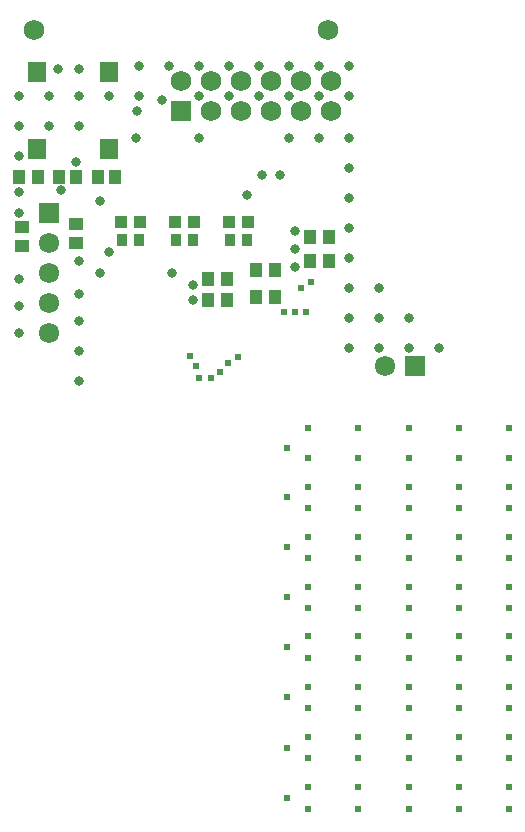
<source format=gts>
G04*
G04 #@! TF.GenerationSoftware,Altium Limited,Altium Designer,20.0.14 (345)*
G04*
G04 Layer_Color=8388736*
%FSLAX25Y25*%
%MOIN*%
G70*
G01*
G75*
%ADD13R,0.04343X0.04737*%
%ADD14R,0.03950X0.04737*%
%ADD15R,0.06312X0.06706*%
%ADD16R,0.04737X0.04343*%
%ADD17R,0.03950X0.03950*%
%ADD18R,0.03556X0.04343*%
%ADD19C,0.06800*%
%ADD20C,0.06784*%
%ADD21R,0.06784X0.06784*%
%ADD22R,0.06902X0.06902*%
%ADD23C,0.06902*%
%ADD24R,0.06784X0.06784*%
%ADD25C,0.02400*%
%ADD26C,0.03200*%
D13*
X28850Y-58000D02*
D03*
X35150D02*
D03*
X12850Y-61000D02*
D03*
X19150D02*
D03*
X12850Y-68000D02*
D03*
X19150D02*
D03*
X28850Y-67000D02*
D03*
X35150D02*
D03*
X46850Y-55000D02*
D03*
X53150D02*
D03*
X-50150Y-27000D02*
D03*
X-43850D02*
D03*
X46850Y-47000D02*
D03*
X53150D02*
D03*
D14*
X-36953Y-27000D02*
D03*
X-31047D02*
D03*
X-18047D02*
D03*
X-23953D02*
D03*
D15*
X-44000Y7795D02*
D03*
Y-17795D02*
D03*
X-20000Y7795D02*
D03*
Y-17795D02*
D03*
D16*
X-31000Y-49150D02*
D03*
Y-42850D02*
D03*
X-49000Y-43850D02*
D03*
Y-50150D02*
D03*
D17*
X8150Y-42000D02*
D03*
X1850D02*
D03*
X-9850D02*
D03*
X-16150D02*
D03*
X26150D02*
D03*
X19850D02*
D03*
D18*
X-10244Y-48000D02*
D03*
X-15756D02*
D03*
X7756D02*
D03*
X2244D02*
D03*
X20244D02*
D03*
X25756D02*
D03*
D19*
X-45000Y22000D02*
D03*
X53000D02*
D03*
D20*
X72000Y-90000D02*
D03*
X-40000Y-79000D02*
D03*
Y-69000D02*
D03*
Y-59000D02*
D03*
Y-49000D02*
D03*
D21*
X82000Y-90000D02*
D03*
D22*
X4000Y-5000D02*
D03*
D23*
X14000D02*
D03*
X24000D02*
D03*
X34000D02*
D03*
X44000D02*
D03*
X54000D02*
D03*
X4000Y5000D02*
D03*
X14000D02*
D03*
X24000D02*
D03*
X34000D02*
D03*
X44000D02*
D03*
X54000D02*
D03*
D24*
X-40000Y-39000D02*
D03*
D25*
X38100Y-72000D02*
D03*
X46284Y-204236D02*
D03*
X9000Y-90000D02*
D03*
X10000Y-94000D02*
D03*
X14000D02*
D03*
X6800Y-86700D02*
D03*
X17000Y-92000D02*
D03*
X19600Y-89200D02*
D03*
X23000Y-87000D02*
D03*
X45500Y-72000D02*
D03*
X47200Y-62200D02*
D03*
X44000Y-64000D02*
D03*
X42000Y-72000D02*
D03*
X39283Y-217314D02*
D03*
Y-150574D02*
D03*
Y-167200D02*
D03*
X46284Y-120949D02*
D03*
X62988D02*
D03*
X113102D02*
D03*
X96398D02*
D03*
X79693D02*
D03*
X62989Y-110634D02*
D03*
X113103D02*
D03*
X96399D02*
D03*
X79694D02*
D03*
X46284D02*
D03*
X79694Y-180276D02*
D03*
X96399D02*
D03*
X113103D02*
D03*
X113102Y-170827D02*
D03*
X39283Y-117322D02*
D03*
X96399Y-130398D02*
D03*
X46284D02*
D03*
X62989D02*
D03*
X79694D02*
D03*
X113103D02*
D03*
X46284Y-137575D02*
D03*
X62988D02*
D03*
X113102D02*
D03*
X96398D02*
D03*
X79693D02*
D03*
X39283Y-133948D02*
D03*
X96399Y-147024D02*
D03*
X46284D02*
D03*
X62989D02*
D03*
X79694D02*
D03*
X113103D02*
D03*
X46284Y-154201D02*
D03*
X62988D02*
D03*
X113102D02*
D03*
X96398D02*
D03*
X79693D02*
D03*
X96399Y-163650D02*
D03*
X46284D02*
D03*
X62989D02*
D03*
X79694D02*
D03*
X113103D02*
D03*
X62988Y-170827D02*
D03*
X96398D02*
D03*
X79693D02*
D03*
X46284Y-180276D02*
D03*
X113102Y-187531D02*
D03*
X96398D02*
D03*
X79693D02*
D03*
X62989Y-180276D02*
D03*
X62988Y-187531D02*
D03*
X113103Y-196980D02*
D03*
X113102Y-204236D02*
D03*
X96399Y-196980D02*
D03*
X96398Y-204236D02*
D03*
X79693D02*
D03*
X62989Y-196980D02*
D03*
X62988Y-204236D02*
D03*
X46284Y-196980D02*
D03*
X113103Y-213685D02*
D03*
X113102Y-220941D02*
D03*
X96399Y-213685D02*
D03*
X96398Y-220941D02*
D03*
X79694Y-213685D02*
D03*
X79693Y-220941D02*
D03*
X62989Y-213685D02*
D03*
X62988Y-220941D02*
D03*
X46284D02*
D03*
X46284Y-213685D02*
D03*
X113103Y-230390D02*
D03*
X113102Y-237646D02*
D03*
X96399Y-230390D02*
D03*
X96398Y-237646D02*
D03*
X79694Y-230390D02*
D03*
X79693Y-237646D02*
D03*
X62989Y-230390D02*
D03*
X62988Y-237646D02*
D03*
X46284D02*
D03*
X46284Y-230390D02*
D03*
X79694Y-196980D02*
D03*
X46284Y-187531D02*
D03*
X39283Y-183904D02*
D03*
Y-200609D02*
D03*
Y-234018D02*
D03*
X46284Y-170827D02*
D03*
D26*
X40000Y-14000D02*
D03*
X42000Y-45000D02*
D03*
Y-57000D02*
D03*
X31000Y-26500D02*
D03*
X26000Y-33000D02*
D03*
X37000Y-26500D02*
D03*
X60000Y-64000D02*
D03*
X-23000Y-59000D02*
D03*
X-36000Y-31500D02*
D03*
X-31000Y-22000D02*
D03*
X-23000Y-35000D02*
D03*
X-30000Y-95000D02*
D03*
Y-85000D02*
D03*
Y-75000D02*
D03*
Y-66000D02*
D03*
Y-55000D02*
D03*
X-37000Y9000D02*
D03*
X-30000D02*
D03*
X-50000Y-39000D02*
D03*
Y-32000D02*
D03*
Y-79000D02*
D03*
Y-70000D02*
D03*
Y-61000D02*
D03*
Y-20000D02*
D03*
X-30000Y-10000D02*
D03*
X-40000D02*
D03*
X-50000D02*
D03*
X-30000Y0D02*
D03*
X-40000D02*
D03*
X-50000D02*
D03*
X-20000D02*
D03*
X-10000D02*
D03*
X60000D02*
D03*
Y10000D02*
D03*
X50000D02*
D03*
X-10000D02*
D03*
X0D02*
D03*
X40000D02*
D03*
X30000D02*
D03*
X20000D02*
D03*
X10000D02*
D03*
Y0D02*
D03*
X20000D02*
D03*
X30000D02*
D03*
X40000D02*
D03*
X50000D02*
D03*
X90000Y-84000D02*
D03*
X80000Y-74000D02*
D03*
Y-84000D02*
D03*
X70000Y-64000D02*
D03*
Y-74000D02*
D03*
Y-84000D02*
D03*
X60000D02*
D03*
Y-74000D02*
D03*
Y-54000D02*
D03*
Y-44000D02*
D03*
Y-34000D02*
D03*
Y-24000D02*
D03*
X-10816Y-5000D02*
D03*
X-11000Y-14000D02*
D03*
X10000D02*
D03*
X60000D02*
D03*
X50000D02*
D03*
X-2500Y-1500D02*
D03*
X1000Y-59000D02*
D03*
X-20000Y-52000D02*
D03*
X8000Y-63000D02*
D03*
Y-68000D02*
D03*
X41700Y-51000D02*
D03*
M02*

</source>
